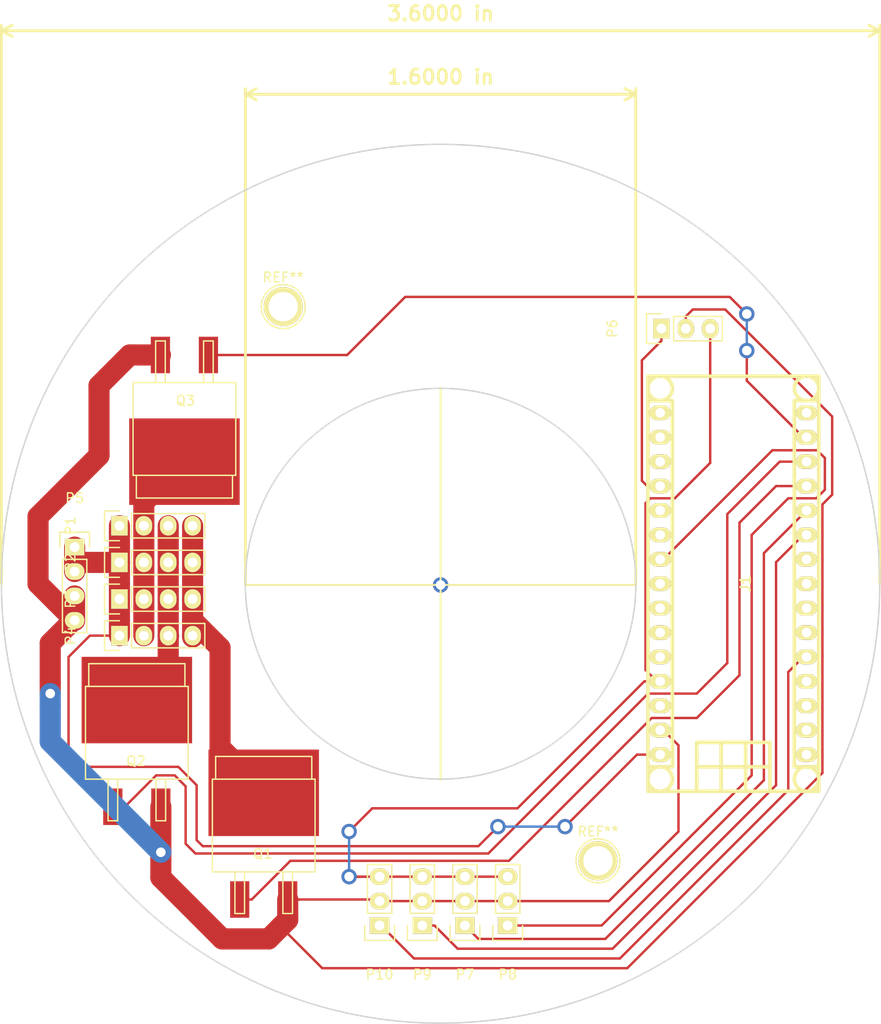
<source format=kicad_pcb>
(kicad_pcb (version 4) (host pcbnew 4.0.1+dfsg1-stable)

  (general
    (links 41)
    (no_connects 0)
    (area 105.842999 41.707999 197.433001 133.298001)
    (thickness 1.6)
    (drawings 6)
    (tracks 187)
    (zones 0)
    (modules 16)
    (nets 34)
  )

  (page A4)
  (title_block
    (title LAM.TA)
    (date 2016-02-25)
    (rev 1.0)
    (company "Nicola Corna")
  )

  (layers
    (0 F.Cu signal)
    (31 B.Cu signal)
    (32 B.Adhes user)
    (33 F.Adhes user)
    (34 B.Paste user)
    (35 F.Paste user)
    (36 B.SilkS user)
    (37 F.SilkS user)
    (38 B.Mask user)
    (39 F.Mask user)
    (40 Dwgs.User user)
    (41 Cmts.User user)
    (42 Eco1.User user)
    (43 Eco2.User user)
    (44 Edge.Cuts user)
    (45 Margin user)
    (46 B.CrtYd user)
    (47 F.CrtYd user)
    (48 B.Fab user)
    (49 F.Fab user)
  )

  (setup
    (last_trace_width 0.25)
    (user_trace_width 2.2)
    (trace_clearance 0.3)
    (zone_clearance 0.508)
    (zone_45_only no)
    (trace_min 0.2)
    (segment_width 0.2)
    (edge_width 0.15)
    (via_size 1.6)
    (via_drill 1)
    (via_min_size 0.4)
    (via_min_drill 0.3)
    (uvia_size 0.3)
    (uvia_drill 0.1)
    (uvias_allowed no)
    (uvia_min_size 0.2)
    (uvia_min_drill 0.1)
    (pcb_text_width 0.3)
    (pcb_text_size 1.5 1.5)
    (mod_edge_width 0.15)
    (mod_text_size 1 1)
    (mod_text_width 0.15)
    (pad_size 1.524 1.524)
    (pad_drill 0.762)
    (pad_to_mask_clearance 0.2)
    (aux_axis_origin 151.638 87.63)
    (grid_origin 151.638 87.63)
    (visible_elements FFFFFF7F)
    (pcbplotparams
      (layerselection 0x01000_00000001)
      (usegerberextensions false)
      (excludeedgelayer true)
      (linewidth 0.100000)
      (plotframeref false)
      (viasonmask false)
      (mode 1)
      (useauxorigin false)
      (hpglpennumber 1)
      (hpglpenspeed 20)
      (hpglpendiameter 15)
      (hpglpenoverlay 2)
      (psnegative false)
      (psa4output false)
      (plotreference true)
      (plotvalue true)
      (plotinvisibletext false)
      (padsonsilk false)
      (subtractmaskfromsilk false)
      (outputformat 1)
      (mirror false)
      (drillshape 0)
      (scaleselection 1)
      (outputdirectory /media/nicola/9C02-74CB/nicola/))
  )

  (net 0 "")
  (net 1 "Net-(J1-Pad1)")
  (net 2 "Net-(J1-Pad2)")
  (net 3 "Net-(J1-Pad3)")
  (net 4 "Net-(J1-Pad4)")
  (net 5 TOUCH3)
  (net 6 "Net-(J1-Pad6)")
  (net 7 "Net-(J1-Pad7)")
  (net 8 PWM_RED)
  (net 9 PWM_GREEN)
  (net 10 TOUCH2)
  (net 11 TOUCH0)
  (net 12 PWM_BLUE)
  (net 13 "Net-(J1-Pad15)")
  (net 14 "Net-(J1-Pad16)")
  (net 15 "Net-(J1-Pad17)")
  (net 16 "Net-(J1-Pad18)")
  (net 17 TOUCH1)
  (net 18 "Net-(J1-Pad20)")
  (net 19 "Net-(J1-Pad21)")
  (net 20 "Net-(J1-Pad23)")
  (net 21 "Net-(J1-Pad24)")
  (net 22 "Net-(J1-Pad25)")
  (net 23 "Net-(J1-Pad26)")
  (net 24 "Net-(J1-Pad28)")
  (net 25 GND)
  (net 26 +5V)
  (net 27 "Net-(P1-Pad2)")
  (net 28 "Net-(P1-Pad3)")
  (net 29 "Net-(P1-Pad4)")
  (net 30 +12V)
  (net 31 "Net-(J1-Pad8)")
  (net 32 "Net-(J1-Pad9)")
  (net 33 LINE_IN)

  (net_class Default "This is the default net class."
    (clearance 0.3)
    (trace_width 0.25)
    (via_dia 1.6)
    (via_drill 1)
    (uvia_dia 0.3)
    (uvia_drill 0.1)
    (add_net +12V)
    (add_net +5V)
    (add_net GND)
    (add_net LINE_IN)
    (add_net "Net-(J1-Pad1)")
    (add_net "Net-(J1-Pad15)")
    (add_net "Net-(J1-Pad16)")
    (add_net "Net-(J1-Pad17)")
    (add_net "Net-(J1-Pad18)")
    (add_net "Net-(J1-Pad2)")
    (add_net "Net-(J1-Pad20)")
    (add_net "Net-(J1-Pad21)")
    (add_net "Net-(J1-Pad23)")
    (add_net "Net-(J1-Pad24)")
    (add_net "Net-(J1-Pad25)")
    (add_net "Net-(J1-Pad26)")
    (add_net "Net-(J1-Pad28)")
    (add_net "Net-(J1-Pad3)")
    (add_net "Net-(J1-Pad4)")
    (add_net "Net-(J1-Pad6)")
    (add_net "Net-(J1-Pad7)")
    (add_net "Net-(J1-Pad8)")
    (add_net "Net-(J1-Pad9)")
    (add_net "Net-(P1-Pad2)")
    (add_net "Net-(P1-Pad3)")
    (add_net "Net-(P1-Pad4)")
    (add_net PWM_BLUE)
    (add_net PWM_GREEN)
    (add_net PWM_RED)
    (add_net TOUCH0)
    (add_net TOUCH1)
    (add_net TOUCH2)
    (add_net TOUCH3)
  )

  (module w_conn_misc:arduino_nano_header (layer F.Cu) (tedit 0) (tstamp 56D84178)
    (at 182.118 87.503 90)
    (descr "Arduino Nano Header")
    (tags Arduino)
    (path /56CAC1F9)
    (fp_text reference J1 (at 0 1.27 90) (layer F.SilkS)
      (effects (font (size 1.016 1.016) (thickness 0.2032)))
    )
    (fp_text value Arduino_Nano_Header (at 0 -1.27 90) (layer F.SilkS) hide
      (effects (font (size 1.016 0.889) (thickness 0.2032)))
    )
    (fp_line (start -16.51 -1.27) (end -21.59 -1.27) (layer F.SilkS) (width 0.381))
    (fp_line (start -16.51 1.27) (end -21.59 1.27) (layer F.SilkS) (width 0.381))
    (fp_line (start -19.05 -3.81) (end -19.05 3.81) (layer F.SilkS) (width 0.381))
    (fp_line (start -21.59 -3.81) (end -16.51 -3.81) (layer F.SilkS) (width 0.381))
    (fp_line (start -16.51 -3.81) (end -16.51 3.81) (layer F.SilkS) (width 0.381))
    (fp_line (start -16.51 3.81) (end -21.59 3.81) (layer F.SilkS) (width 0.381))
    (fp_line (start 21.59 -8.89) (end -21.59 -8.89) (layer F.SilkS) (width 0.381))
    (fp_line (start -21.59 8.89) (end 21.59 8.89) (layer F.SilkS) (width 0.381))
    (fp_line (start -21.59 8.89) (end -21.59 -8.89) (layer F.SilkS) (width 0.381))
    (fp_line (start 21.59 8.89) (end 21.59 -8.89) (layer F.SilkS) (width 0.381))
    (fp_circle (center -20.32 -7.62) (end -21.59 -7.62) (layer F.SilkS) (width 0.381))
    (fp_circle (center -20.32 7.62) (end -21.59 7.62) (layer F.SilkS) (width 0.381))
    (fp_circle (center 20.32 -7.62) (end 21.59 -7.62) (layer F.SilkS) (width 0.381))
    (fp_circle (center 20.32 7.62) (end 21.59 7.62) (layer F.SilkS) (width 0.381))
    (fp_line (start 19.05 -6.35) (end -19.05 -6.35) (layer F.SilkS) (width 0.381))
    (fp_line (start -19.05 6.35) (end 19.05 6.35) (layer F.SilkS) (width 0.381))
    (fp_line (start 19.05 8.89) (end 19.05 6.35) (layer F.SilkS) (width 0.381))
    (fp_line (start 19.05 -6.35) (end 19.05 -8.89) (layer F.SilkS) (width 0.381))
    (fp_line (start -19.05 -8.89) (end -19.05 -6.35) (layer F.SilkS) (width 0.381))
    (fp_line (start -19.05 8.89) (end -19.05 6.35) (layer F.SilkS) (width 0.381))
    (pad 1 thru_hole oval (at -17.78 7.62 90) (size 1.524 2.19964) (drill 1.00076) (layers *.Cu *.Mask F.SilkS)
      (net 1 "Net-(J1-Pad1)"))
    (pad 2 thru_hole oval (at -15.24 7.62 90) (size 1.524 2.19964) (drill 1.00076) (layers *.Cu *.Mask F.SilkS)
      (net 2 "Net-(J1-Pad2)"))
    (pad 3 thru_hole oval (at -12.7 7.62 90) (size 1.524 2.19964) (drill 1.00076) (layers *.Cu *.Mask F.SilkS)
      (net 3 "Net-(J1-Pad3)"))
    (pad 4 thru_hole oval (at -10.16 7.62 90) (size 1.524 2.19964) (drill 1.00076) (layers *.Cu *.Mask F.SilkS)
      (net 4 "Net-(J1-Pad4)"))
    (pad 5 thru_hole oval (at -7.62 7.62 90) (size 1.524 2.19964) (drill 1.00076) (layers *.Cu *.Mask F.SilkS)
      (net 5 TOUCH3))
    (pad 6 thru_hole oval (at -5.08 7.62 90) (size 1.524 2.19964) (drill 1.00076) (layers *.Cu *.Mask F.SilkS)
      (net 6 "Net-(J1-Pad6)"))
    (pad 7 thru_hole oval (at -2.54 7.62 90) (size 1.524 2.19964) (drill 1.00076) (layers *.Cu *.Mask F.SilkS)
      (net 7 "Net-(J1-Pad7)"))
    (pad 8 thru_hole oval (at 0 7.62 90) (size 1.524 2.19964) (drill 1.00076) (layers *.Cu *.Mask F.SilkS)
      (net 31 "Net-(J1-Pad8)"))
    (pad 9 thru_hole oval (at 2.54 7.62 90) (size 1.524 2.19964) (drill 1.00076) (layers *.Cu *.Mask F.SilkS)
      (net 32 "Net-(J1-Pad9)"))
    (pad 10 thru_hole oval (at 5.08 7.62 90) (size 1.524 2.19964) (drill 1.00076) (layers *.Cu *.Mask F.SilkS)
      (net 10 TOUCH2))
    (pad 11 thru_hole oval (at 7.62 7.62 90) (size 1.524 2.19964) (drill 1.00076) (layers *.Cu *.Mask F.SilkS)
      (net 11 TOUCH0))
    (pad 12 thru_hole oval (at 10.16 7.62 90) (size 1.524 2.19964) (drill 1.00076) (layers *.Cu *.Mask F.SilkS)
      (net 12 PWM_BLUE))
    (pad 13 thru_hole oval (at 12.7 7.62 90) (size 1.524 2.19964) (drill 1.00076) (layers *.Cu *.Mask F.SilkS)
      (net 8 PWM_RED))
    (pad 14 thru_hole oval (at 15.24 7.62 90) (size 1.524 2.19964) (drill 1.00076) (layers *.Cu *.Mask F.SilkS)
      (net 9 PWM_GREEN))
    (pad 15 thru_hole oval (at 17.78 7.62 90) (size 1.524 2.19964) (drill 1.00076) (layers *.Cu *.Mask F.SilkS)
      (net 13 "Net-(J1-Pad15)"))
    (pad 16 thru_hole oval (at 17.78 -7.62 90) (size 1.524 2.19964) (drill 1.00076) (layers *.Cu *.Mask F.SilkS)
      (net 14 "Net-(J1-Pad16)"))
    (pad 17 thru_hole oval (at 15.24 -7.62 90) (size 1.524 2.19964) (drill 1.00076) (layers *.Cu *.Mask F.SilkS)
      (net 15 "Net-(J1-Pad17)"))
    (pad 18 thru_hole oval (at 12.7 -7.62 90) (size 1.524 2.19964) (drill 1.00076) (layers *.Cu *.Mask F.SilkS)
      (net 16 "Net-(J1-Pad18)"))
    (pad 19 thru_hole oval (at 10.16 -7.62 90) (size 1.524 2.19964) (drill 1.00076) (layers *.Cu *.Mask F.SilkS)
      (net 33 LINE_IN))
    (pad 20 thru_hole oval (at 7.62 -7.62 90) (size 1.524 2.1971) (drill 1.00076) (layers *.Cu *.Mask F.SilkS)
      (net 18 "Net-(J1-Pad20)"))
    (pad 21 thru_hole oval (at 5.08 -7.62 90) (size 1.524 2.1971) (drill 1.00076) (layers *.Cu *.Mask F.SilkS)
      (net 19 "Net-(J1-Pad21)"))
    (pad 22 thru_hole oval (at 2.54 -7.62 90) (size 1.524 2.1971) (drill 1.00076) (layers *.Cu *.Mask F.SilkS)
      (net 17 TOUCH1))
    (pad 23 thru_hole oval (at 0 -7.62 90) (size 1.524 2.1971) (drill 1.00076) (layers *.Cu *.Mask F.SilkS)
      (net 20 "Net-(J1-Pad23)"))
    (pad 24 thru_hole oval (at -2.54 -7.62 90) (size 1.524 2.1971) (drill 0.99822) (layers *.Cu *.Mask F.SilkS)
      (net 21 "Net-(J1-Pad24)"))
    (pad 25 thru_hole oval (at -5.08 -7.62 90) (size 1.524 2.1971) (drill 0.99822) (layers *.Cu *.Mask F.SilkS)
      (net 22 "Net-(J1-Pad25)"))
    (pad 26 thru_hole oval (at -7.62 -7.62 90) (size 1.524 2.1971) (drill 0.99822) (layers *.Cu *.Mask F.SilkS)
      (net 23 "Net-(J1-Pad26)"))
    (pad 27 thru_hole oval (at -10.16 -7.62 90) (size 1.524 2.1971) (drill 0.99822) (layers *.Cu *.Mask F.SilkS)
      (net 26 +5V))
    (pad 28 thru_hole oval (at -12.7 -7.62 90) (size 1.524 2.1971) (drill 0.99822) (layers *.Cu *.Mask F.SilkS)
      (net 24 "Net-(J1-Pad28)"))
    (pad 29 thru_hole oval (at -15.24 -7.62 90) (size 1.524 2.1971) (drill 0.99822) (layers *.Cu *.Mask F.SilkS)
      (net 25 GND))
    (pad 30 thru_hole oval (at -17.78 -7.62 90) (size 1.524 2.1971) (drill 0.99822) (layers *.Cu *.Mask F.SilkS)
      (net 30 +12V))
    (model walter/conn_misc/arduino_nano_header.wrl
      (at (xyz 0 0 0))
      (scale (xyz 1 1 1))
      (rotate (xyz 0 0 0))
    )
  )

  (module TO_SOT_Packages_SMD:SOT-404 (layer F.Cu) (tedit 0) (tstamp 56CEFB75)
    (at 133.223 114.808)
    (descr SOT404)
    (path /56CB1BD4)
    (attr smd)
    (fp_text reference Q1 (at -0.09906 0.8001) (layer F.SilkS)
      (effects (font (size 1 1) (thickness 0.15)))
    )
    (fp_text value Q_NMOS_GDS (at -0.20066 1.09982) (layer F.Fab)
      (effects (font (size 1 1) (thickness 0.15)))
    )
    (fp_line (start -5.0038 -6.9723) (end -5.0038 -9.3345) (layer F.SilkS) (width 0.15))
    (fp_line (start -5.0038 -9.3345) (end 5.0038 -9.3345) (layer F.SilkS) (width 0.15))
    (fp_line (start 5.0038 -9.3345) (end 5.0038 -6.9723) (layer F.SilkS) (width 0.15))
    (fp_line (start 2.9972 7.0104) (end 2.9972 2.6797) (layer F.SilkS) (width 0.15))
    (fp_line (start 1.9939 7.0104) (end 2.9972 7.0104) (layer F.SilkS) (width 0.15))
    (fp_line (start 1.9939 2.6797) (end 1.9939 7.0104) (layer F.SilkS) (width 0.15))
    (fp_line (start -2.9972 2.6797) (end -2.9972 7.0104) (layer F.SilkS) (width 0.15))
    (fp_line (start -2.9972 7.0104) (end -1.9939 7.0104) (layer F.SilkS) (width 0.15))
    (fp_line (start -1.9939 7.0104) (end -1.9939 2.6797) (layer F.SilkS) (width 0.15))
    (fp_line (start -5.3467 -6.9723) (end 5.3467 -6.9723) (layer F.SilkS) (width 0.15))
    (fp_line (start 5.3467 -6.9723) (end 5.3467 2.6797) (layer F.SilkS) (width 0.15))
    (fp_line (start 5.3467 2.6797) (end -5.3467 2.6797) (layer F.SilkS) (width 0.15))
    (fp_line (start -5.3467 2.6797) (end -5.3467 -6.9723) (layer F.SilkS) (width 0.15))
    (pad 1 smd rect (at -2.49936 5.5499) (size 1.99898 3.79984) (layers F.Cu F.Paste F.Mask)
      (net 12 PWM_BLUE))
    (pad 3 smd rect (at 2.49936 5.5499) (size 1.99898 3.79984) (layers F.Cu F.Paste F.Mask)
      (net 25 GND))
    (pad 2 smd rect (at 0 -5.5499) (size 11.50112 8.99922) (layers F.Cu F.Paste F.Mask)
      (net 29 "Net-(P1-Pad4)"))
    (model TO_SOT_Packages_SMD.3dshapes/SOT-404.wrl
      (at (xyz 0 0 0))
      (scale (xyz 1 1 1))
      (rotate (xyz 0 0 0))
    )
  )

  (module Pin_Headers:Pin_Header_Straight_1x03 (layer F.Cu) (tedit 0) (tstamp 56D8420A)
    (at 158.623 123.063 180)
    (descr "Through hole pin header")
    (tags "pin header")
    (path /56CADD7C)
    (fp_text reference P8 (at 0 -5.1 180) (layer F.SilkS)
      (effects (font (size 1 1) (thickness 0.15)))
    )
    (fp_text value CONN_TOUCH1 (at 0 -3.1 180) (layer F.Fab)
      (effects (font (size 1 1) (thickness 0.15)))
    )
    (fp_line (start -1.75 -1.75) (end -1.75 6.85) (layer F.CrtYd) (width 0.05))
    (fp_line (start 1.75 -1.75) (end 1.75 6.85) (layer F.CrtYd) (width 0.05))
    (fp_line (start -1.75 -1.75) (end 1.75 -1.75) (layer F.CrtYd) (width 0.05))
    (fp_line (start -1.75 6.85) (end 1.75 6.85) (layer F.CrtYd) (width 0.05))
    (fp_line (start -1.27 1.27) (end -1.27 6.35) (layer F.SilkS) (width 0.15))
    (fp_line (start -1.27 6.35) (end 1.27 6.35) (layer F.SilkS) (width 0.15))
    (fp_line (start 1.27 6.35) (end 1.27 1.27) (layer F.SilkS) (width 0.15))
    (fp_line (start 1.55 -1.55) (end 1.55 0) (layer F.SilkS) (width 0.15))
    (fp_line (start 1.27 1.27) (end -1.27 1.27) (layer F.SilkS) (width 0.15))
    (fp_line (start -1.55 0) (end -1.55 -1.55) (layer F.SilkS) (width 0.15))
    (fp_line (start -1.55 -1.55) (end 1.55 -1.55) (layer F.SilkS) (width 0.15))
    (pad 1 thru_hole rect (at 0 0 180) (size 2.032 1.7272) (drill 1.016) (layers *.Cu *.Mask F.SilkS)
      (net 17 TOUCH1))
    (pad 2 thru_hole oval (at 0 2.54 180) (size 2.032 1.7272) (drill 1.016) (layers *.Cu *.Mask F.SilkS)
      (net 25 GND))
    (pad 3 thru_hole oval (at 0 5.08 180) (size 2.032 1.7272) (drill 1.016) (layers *.Cu *.Mask F.SilkS)
      (net 26 +5V))
    (model Pin_Headers.3dshapes/Pin_Header_Straight_1x03.wrl
      (at (xyz 0 -0.1 0))
      (scale (xyz 1 1 1))
      (rotate (xyz 0 0 90))
    )
  )

  (module TO_SOT_Packages_SMD:SOT-404 (layer F.Cu) (tedit 0) (tstamp 56D84256)
    (at 120.015 105.156)
    (descr SOT404)
    (path /56CB1BED)
    (attr smd)
    (fp_text reference Q2 (at -0.09906 0.8001) (layer F.SilkS)
      (effects (font (size 1 1) (thickness 0.15)))
    )
    (fp_text value Q_NMOS_GDS (at -0.20066 1.09982) (layer F.Fab)
      (effects (font (size 1 1) (thickness 0.15)))
    )
    (fp_line (start -5.0038 -6.9723) (end -5.0038 -9.3345) (layer F.SilkS) (width 0.15))
    (fp_line (start -5.0038 -9.3345) (end 5.0038 -9.3345) (layer F.SilkS) (width 0.15))
    (fp_line (start 5.0038 -9.3345) (end 5.0038 -6.9723) (layer F.SilkS) (width 0.15))
    (fp_line (start 2.9972 7.0104) (end 2.9972 2.6797) (layer F.SilkS) (width 0.15))
    (fp_line (start 1.9939 7.0104) (end 2.9972 7.0104) (layer F.SilkS) (width 0.15))
    (fp_line (start 1.9939 2.6797) (end 1.9939 7.0104) (layer F.SilkS) (width 0.15))
    (fp_line (start -2.9972 2.6797) (end -2.9972 7.0104) (layer F.SilkS) (width 0.15))
    (fp_line (start -2.9972 7.0104) (end -1.9939 7.0104) (layer F.SilkS) (width 0.15))
    (fp_line (start -1.9939 7.0104) (end -1.9939 2.6797) (layer F.SilkS) (width 0.15))
    (fp_line (start -5.3467 -6.9723) (end 5.3467 -6.9723) (layer F.SilkS) (width 0.15))
    (fp_line (start 5.3467 -6.9723) (end 5.3467 2.6797) (layer F.SilkS) (width 0.15))
    (fp_line (start 5.3467 2.6797) (end -5.3467 2.6797) (layer F.SilkS) (width 0.15))
    (fp_line (start -5.3467 2.6797) (end -5.3467 -6.9723) (layer F.SilkS) (width 0.15))
    (pad 1 smd rect (at -2.49936 5.5499) (size 1.99898 3.79984) (layers F.Cu F.Paste F.Mask)
      (net 8 PWM_RED))
    (pad 3 smd rect (at 2.49936 5.5499) (size 1.99898 3.79984) (layers F.Cu F.Paste F.Mask)
      (net 25 GND))
    (pad 2 smd rect (at 0 -5.5499) (size 11.50112 8.99922) (layers F.Cu F.Paste F.Mask)
      (net 28 "Net-(P1-Pad3)"))
    (model TO_SOT_Packages_SMD.3dshapes/SOT-404.wrl
      (at (xyz 0 0 0))
      (scale (xyz 1 1 1))
      (rotate (xyz 0 0 0))
    )
  )

  (module Pin_Headers:Pin_Header_Straight_1x04 (layer F.Cu) (tedit 0) (tstamp 56D8418B)
    (at 118.202135 81.474351 90)
    (descr "Through hole pin header")
    (tags "pin header")
    (path /56CB0253)
    (fp_text reference P1 (at 0 -5.1 90) (layer F.SilkS)
      (effects (font (size 1 1) (thickness 0.15)))
    )
    (fp_text value CONN_LED0 (at 0 -3.1 90) (layer F.Fab)
      (effects (font (size 1 1) (thickness 0.15)))
    )
    (fp_line (start -1.75 -1.75) (end -1.75 9.4) (layer F.CrtYd) (width 0.05))
    (fp_line (start 1.75 -1.75) (end 1.75 9.4) (layer F.CrtYd) (width 0.05))
    (fp_line (start -1.75 -1.75) (end 1.75 -1.75) (layer F.CrtYd) (width 0.05))
    (fp_line (start -1.75 9.4) (end 1.75 9.4) (layer F.CrtYd) (width 0.05))
    (fp_line (start -1.27 1.27) (end -1.27 8.89) (layer F.SilkS) (width 0.15))
    (fp_line (start 1.27 1.27) (end 1.27 8.89) (layer F.SilkS) (width 0.15))
    (fp_line (start 1.55 -1.55) (end 1.55 0) (layer F.SilkS) (width 0.15))
    (fp_line (start -1.27 8.89) (end 1.27 8.89) (layer F.SilkS) (width 0.15))
    (fp_line (start 1.27 1.27) (end -1.27 1.27) (layer F.SilkS) (width 0.15))
    (fp_line (start -1.55 0) (end -1.55 -1.55) (layer F.SilkS) (width 0.15))
    (fp_line (start -1.55 -1.55) (end 1.55 -1.55) (layer F.SilkS) (width 0.15))
    (pad 1 thru_hole rect (at 0 0 90) (size 2.032 1.7272) (drill 1.016) (layers *.Cu *.Mask F.SilkS)
      (net 30 +12V))
    (pad 2 thru_hole oval (at 0 2.54 90) (size 2.032 1.7272) (drill 1.016) (layers *.Cu *.Mask F.SilkS)
      (net 27 "Net-(P1-Pad2)"))
    (pad 3 thru_hole oval (at 0 5.08 90) (size 2.032 1.7272) (drill 1.016) (layers *.Cu *.Mask F.SilkS)
      (net 28 "Net-(P1-Pad3)"))
    (pad 4 thru_hole oval (at 0 7.62 90) (size 2.032 1.7272) (drill 1.016) (layers *.Cu *.Mask F.SilkS)
      (net 29 "Net-(P1-Pad4)"))
    (model Pin_Headers.3dshapes/Pin_Header_Straight_1x04.wrl
      (at (xyz 0 -0.15 0))
      (scale (xyz 1 1 1))
      (rotate (xyz 0 0 90))
    )
  )

  (module Pin_Headers:Pin_Header_Straight_1x04 (layer F.Cu) (tedit 0) (tstamp 56D8419E)
    (at 118.202135 85.284351 90)
    (descr "Through hole pin header")
    (tags "pin header")
    (path /56CB0A29)
    (fp_text reference P2 (at 0 -5.1 90) (layer F.SilkS)
      (effects (font (size 1 1) (thickness 0.15)))
    )
    (fp_text value CONN_LED1 (at 0 -3.1 90) (layer F.Fab)
      (effects (font (size 1 1) (thickness 0.15)))
    )
    (fp_line (start -1.75 -1.75) (end -1.75 9.4) (layer F.CrtYd) (width 0.05))
    (fp_line (start 1.75 -1.75) (end 1.75 9.4) (layer F.CrtYd) (width 0.05))
    (fp_line (start -1.75 -1.75) (end 1.75 -1.75) (layer F.CrtYd) (width 0.05))
    (fp_line (start -1.75 9.4) (end 1.75 9.4) (layer F.CrtYd) (width 0.05))
    (fp_line (start -1.27 1.27) (end -1.27 8.89) (layer F.SilkS) (width 0.15))
    (fp_line (start 1.27 1.27) (end 1.27 8.89) (layer F.SilkS) (width 0.15))
    (fp_line (start 1.55 -1.55) (end 1.55 0) (layer F.SilkS) (width 0.15))
    (fp_line (start -1.27 8.89) (end 1.27 8.89) (layer F.SilkS) (width 0.15))
    (fp_line (start 1.27 1.27) (end -1.27 1.27) (layer F.SilkS) (width 0.15))
    (fp_line (start -1.55 0) (end -1.55 -1.55) (layer F.SilkS) (width 0.15))
    (fp_line (start -1.55 -1.55) (end 1.55 -1.55) (layer F.SilkS) (width 0.15))
    (pad 1 thru_hole rect (at 0 0 90) (size 2.032 1.7272) (drill 1.016) (layers *.Cu *.Mask F.SilkS)
      (net 30 +12V))
    (pad 2 thru_hole oval (at 0 2.54 90) (size 2.032 1.7272) (drill 1.016) (layers *.Cu *.Mask F.SilkS)
      (net 27 "Net-(P1-Pad2)"))
    (pad 3 thru_hole oval (at 0 5.08 90) (size 2.032 1.7272) (drill 1.016) (layers *.Cu *.Mask F.SilkS)
      (net 28 "Net-(P1-Pad3)"))
    (pad 4 thru_hole oval (at 0 7.62 90) (size 2.032 1.7272) (drill 1.016) (layers *.Cu *.Mask F.SilkS)
      (net 29 "Net-(P1-Pad4)"))
    (model Pin_Headers.3dshapes/Pin_Header_Straight_1x04.wrl
      (at (xyz 0 -0.15 0))
      (scale (xyz 1 1 1))
      (rotate (xyz 0 0 90))
    )
  )

  (module Pin_Headers:Pin_Header_Straight_1x04 (layer F.Cu) (tedit 0) (tstamp 56D841B1)
    (at 118.202135 89.094351 90)
    (descr "Through hole pin header")
    (tags "pin header")
    (path /56CB1BC3)
    (fp_text reference P3 (at 0 -5.1 90) (layer F.SilkS)
      (effects (font (size 1 1) (thickness 0.15)))
    )
    (fp_text value CONN_LED2 (at 0 -3.1 90) (layer F.Fab)
      (effects (font (size 1 1) (thickness 0.15)))
    )
    (fp_line (start -1.75 -1.75) (end -1.75 9.4) (layer F.CrtYd) (width 0.05))
    (fp_line (start 1.75 -1.75) (end 1.75 9.4) (layer F.CrtYd) (width 0.05))
    (fp_line (start -1.75 -1.75) (end 1.75 -1.75) (layer F.CrtYd) (width 0.05))
    (fp_line (start -1.75 9.4) (end 1.75 9.4) (layer F.CrtYd) (width 0.05))
    (fp_line (start -1.27 1.27) (end -1.27 8.89) (layer F.SilkS) (width 0.15))
    (fp_line (start 1.27 1.27) (end 1.27 8.89) (layer F.SilkS) (width 0.15))
    (fp_line (start 1.55 -1.55) (end 1.55 0) (layer F.SilkS) (width 0.15))
    (fp_line (start -1.27 8.89) (end 1.27 8.89) (layer F.SilkS) (width 0.15))
    (fp_line (start 1.27 1.27) (end -1.27 1.27) (layer F.SilkS) (width 0.15))
    (fp_line (start -1.55 0) (end -1.55 -1.55) (layer F.SilkS) (width 0.15))
    (fp_line (start -1.55 -1.55) (end 1.55 -1.55) (layer F.SilkS) (width 0.15))
    (pad 1 thru_hole rect (at 0 0 90) (size 2.032 1.7272) (drill 1.016) (layers *.Cu *.Mask F.SilkS)
      (net 30 +12V))
    (pad 2 thru_hole oval (at 0 2.54 90) (size 2.032 1.7272) (drill 1.016) (layers *.Cu *.Mask F.SilkS)
      (net 27 "Net-(P1-Pad2)"))
    (pad 3 thru_hole oval (at 0 5.08 90) (size 2.032 1.7272) (drill 1.016) (layers *.Cu *.Mask F.SilkS)
      (net 28 "Net-(P1-Pad3)"))
    (pad 4 thru_hole oval (at 0 7.62 90) (size 2.032 1.7272) (drill 1.016) (layers *.Cu *.Mask F.SilkS)
      (net 29 "Net-(P1-Pad4)"))
    (model Pin_Headers.3dshapes/Pin_Header_Straight_1x04.wrl
      (at (xyz 0 -0.15 0))
      (scale (xyz 1 1 1))
      (rotate (xyz 0 0 90))
    )
  )

  (module Pin_Headers:Pin_Header_Straight_1x04 (layer F.Cu) (tedit 0) (tstamp 56D841C4)
    (at 118.202135 92.904351 90)
    (descr "Through hole pin header")
    (tags "pin header")
    (path /56CB1C05)
    (fp_text reference P4 (at 0 -5.1 90) (layer F.SilkS)
      (effects (font (size 1 1) (thickness 0.15)))
    )
    (fp_text value CONN_LED3 (at 0 -3.1 90) (layer F.Fab)
      (effects (font (size 1 1) (thickness 0.15)))
    )
    (fp_line (start -1.75 -1.75) (end -1.75 9.4) (layer F.CrtYd) (width 0.05))
    (fp_line (start 1.75 -1.75) (end 1.75 9.4) (layer F.CrtYd) (width 0.05))
    (fp_line (start -1.75 -1.75) (end 1.75 -1.75) (layer F.CrtYd) (width 0.05))
    (fp_line (start -1.75 9.4) (end 1.75 9.4) (layer F.CrtYd) (width 0.05))
    (fp_line (start -1.27 1.27) (end -1.27 8.89) (layer F.SilkS) (width 0.15))
    (fp_line (start 1.27 1.27) (end 1.27 8.89) (layer F.SilkS) (width 0.15))
    (fp_line (start 1.55 -1.55) (end 1.55 0) (layer F.SilkS) (width 0.15))
    (fp_line (start -1.27 8.89) (end 1.27 8.89) (layer F.SilkS) (width 0.15))
    (fp_line (start 1.27 1.27) (end -1.27 1.27) (layer F.SilkS) (width 0.15))
    (fp_line (start -1.55 0) (end -1.55 -1.55) (layer F.SilkS) (width 0.15))
    (fp_line (start -1.55 -1.55) (end 1.55 -1.55) (layer F.SilkS) (width 0.15))
    (pad 1 thru_hole rect (at 0 0 90) (size 2.032 1.7272) (drill 1.016) (layers *.Cu *.Mask F.SilkS)
      (net 30 +12V))
    (pad 2 thru_hole oval (at 0 2.54 90) (size 2.032 1.7272) (drill 1.016) (layers *.Cu *.Mask F.SilkS)
      (net 27 "Net-(P1-Pad2)"))
    (pad 3 thru_hole oval (at 0 5.08 90) (size 2.032 1.7272) (drill 1.016) (layers *.Cu *.Mask F.SilkS)
      (net 28 "Net-(P1-Pad3)"))
    (pad 4 thru_hole oval (at 0 7.62 90) (size 2.032 1.7272) (drill 1.016) (layers *.Cu *.Mask F.SilkS)
      (net 29 "Net-(P1-Pad4)"))
    (model Pin_Headers.3dshapes/Pin_Header_Straight_1x04.wrl
      (at (xyz 0 -0.15 0))
      (scale (xyz 1 1 1))
      (rotate (xyz 0 0 90))
    )
  )

  (module Pin_Headers:Pin_Header_Straight_1x03 (layer F.Cu) (tedit 0) (tstamp 56D841F8)
    (at 154.178 123.063 180)
    (descr "Through hole pin header")
    (tags "pin header")
    (path /56CADC43)
    (fp_text reference P7 (at 0 -5.1 180) (layer F.SilkS)
      (effects (font (size 1 1) (thickness 0.15)))
    )
    (fp_text value CONN_TOUCH0 (at -0.635 -3.1 180) (layer F.Fab)
      (effects (font (size 1 1) (thickness 0.15)))
    )
    (fp_line (start -1.75 -1.75) (end -1.75 6.85) (layer F.CrtYd) (width 0.05))
    (fp_line (start 1.75 -1.75) (end 1.75 6.85) (layer F.CrtYd) (width 0.05))
    (fp_line (start -1.75 -1.75) (end 1.75 -1.75) (layer F.CrtYd) (width 0.05))
    (fp_line (start -1.75 6.85) (end 1.75 6.85) (layer F.CrtYd) (width 0.05))
    (fp_line (start -1.27 1.27) (end -1.27 6.35) (layer F.SilkS) (width 0.15))
    (fp_line (start -1.27 6.35) (end 1.27 6.35) (layer F.SilkS) (width 0.15))
    (fp_line (start 1.27 6.35) (end 1.27 1.27) (layer F.SilkS) (width 0.15))
    (fp_line (start 1.55 -1.55) (end 1.55 0) (layer F.SilkS) (width 0.15))
    (fp_line (start 1.27 1.27) (end -1.27 1.27) (layer F.SilkS) (width 0.15))
    (fp_line (start -1.55 0) (end -1.55 -1.55) (layer F.SilkS) (width 0.15))
    (fp_line (start -1.55 -1.55) (end 1.55 -1.55) (layer F.SilkS) (width 0.15))
    (pad 1 thru_hole rect (at 0 0 180) (size 2.032 1.7272) (drill 1.016) (layers *.Cu *.Mask F.SilkS)
      (net 11 TOUCH0))
    (pad 2 thru_hole oval (at 0 2.54 180) (size 2.032 1.7272) (drill 1.016) (layers *.Cu *.Mask F.SilkS)
      (net 25 GND))
    (pad 3 thru_hole oval (at 0 5.08 180) (size 2.032 1.7272) (drill 1.016) (layers *.Cu *.Mask F.SilkS)
      (net 26 +5V))
    (model Pin_Headers.3dshapes/Pin_Header_Straight_1x03.wrl
      (at (xyz 0 -0.1 0))
      (scale (xyz 1 1 1))
      (rotate (xyz 0 0 90))
    )
  )

  (module Pin_Headers:Pin_Header_Straight_1x03 (layer F.Cu) (tedit 0) (tstamp 56D8421C)
    (at 149.733 123.063 180)
    (descr "Through hole pin header")
    (tags "pin header")
    (path /56CADDB1)
    (fp_text reference P9 (at 0 -5.1 180) (layer F.SilkS)
      (effects (font (size 1 1) (thickness 0.15)))
    )
    (fp_text value CONN_TOUCH2 (at 0 -3.1 180) (layer F.Fab)
      (effects (font (size 1 1) (thickness 0.15)))
    )
    (fp_line (start -1.75 -1.75) (end -1.75 6.85) (layer F.CrtYd) (width 0.05))
    (fp_line (start 1.75 -1.75) (end 1.75 6.85) (layer F.CrtYd) (width 0.05))
    (fp_line (start -1.75 -1.75) (end 1.75 -1.75) (layer F.CrtYd) (width 0.05))
    (fp_line (start -1.75 6.85) (end 1.75 6.85) (layer F.CrtYd) (width 0.05))
    (fp_line (start -1.27 1.27) (end -1.27 6.35) (layer F.SilkS) (width 0.15))
    (fp_line (start -1.27 6.35) (end 1.27 6.35) (layer F.SilkS) (width 0.15))
    (fp_line (start 1.27 6.35) (end 1.27 1.27) (layer F.SilkS) (width 0.15))
    (fp_line (start 1.55 -1.55) (end 1.55 0) (layer F.SilkS) (width 0.15))
    (fp_line (start 1.27 1.27) (end -1.27 1.27) (layer F.SilkS) (width 0.15))
    (fp_line (start -1.55 0) (end -1.55 -1.55) (layer F.SilkS) (width 0.15))
    (fp_line (start -1.55 -1.55) (end 1.55 -1.55) (layer F.SilkS) (width 0.15))
    (pad 1 thru_hole rect (at 0 0 180) (size 2.032 1.7272) (drill 1.016) (layers *.Cu *.Mask F.SilkS)
      (net 10 TOUCH2))
    (pad 2 thru_hole oval (at 0 2.54 180) (size 2.032 1.7272) (drill 1.016) (layers *.Cu *.Mask F.SilkS)
      (net 25 GND))
    (pad 3 thru_hole oval (at 0 5.08 180) (size 2.032 1.7272) (drill 1.016) (layers *.Cu *.Mask F.SilkS)
      (net 26 +5V))
    (model Pin_Headers.3dshapes/Pin_Header_Straight_1x03.wrl
      (at (xyz 0 -0.1 0))
      (scale (xyz 1 1 1))
      (rotate (xyz 0 0 90))
    )
  )

  (module Pin_Headers:Pin_Header_Straight_1x03 (layer F.Cu) (tedit 0) (tstamp 56D8422E)
    (at 145.288 123.063 180)
    (descr "Through hole pin header")
    (tags "pin header")
    (path /56CADDF4)
    (fp_text reference P10 (at 0 -5.1 180) (layer F.SilkS)
      (effects (font (size 1 1) (thickness 0.15)))
    )
    (fp_text value CONN_TOUCH3 (at 0 -3.1 180) (layer F.Fab)
      (effects (font (size 1 1) (thickness 0.15)))
    )
    (fp_line (start -1.75 -1.75) (end -1.75 6.85) (layer F.CrtYd) (width 0.05))
    (fp_line (start 1.75 -1.75) (end 1.75 6.85) (layer F.CrtYd) (width 0.05))
    (fp_line (start -1.75 -1.75) (end 1.75 -1.75) (layer F.CrtYd) (width 0.05))
    (fp_line (start -1.75 6.85) (end 1.75 6.85) (layer F.CrtYd) (width 0.05))
    (fp_line (start -1.27 1.27) (end -1.27 6.35) (layer F.SilkS) (width 0.15))
    (fp_line (start -1.27 6.35) (end 1.27 6.35) (layer F.SilkS) (width 0.15))
    (fp_line (start 1.27 6.35) (end 1.27 1.27) (layer F.SilkS) (width 0.15))
    (fp_line (start 1.55 -1.55) (end 1.55 0) (layer F.SilkS) (width 0.15))
    (fp_line (start 1.27 1.27) (end -1.27 1.27) (layer F.SilkS) (width 0.15))
    (fp_line (start -1.55 0) (end -1.55 -1.55) (layer F.SilkS) (width 0.15))
    (fp_line (start -1.55 -1.55) (end 1.55 -1.55) (layer F.SilkS) (width 0.15))
    (pad 1 thru_hole rect (at 0 0 180) (size 2.032 1.7272) (drill 1.016) (layers *.Cu *.Mask F.SilkS)
      (net 5 TOUCH3))
    (pad 2 thru_hole oval (at 0 2.54 180) (size 2.032 1.7272) (drill 1.016) (layers *.Cu *.Mask F.SilkS)
      (net 25 GND))
    (pad 3 thru_hole oval (at 0 5.08 180) (size 2.032 1.7272) (drill 1.016) (layers *.Cu *.Mask F.SilkS)
      (net 26 +5V))
    (model Pin_Headers.3dshapes/Pin_Header_Straight_1x03.wrl
      (at (xyz 0 -0.1 0))
      (scale (xyz 1 1 1))
      (rotate (xyz 0 0 90))
    )
  )

  (module TO_SOT_Packages_SMD:SOT-404 (layer F.Cu) (tedit 0) (tstamp 56D8426A)
    (at 124.968 69.2531 180)
    (descr SOT404)
    (path /56CF0191)
    (attr smd)
    (fp_text reference Q3 (at -0.09906 0.8001 180) (layer F.SilkS)
      (effects (font (size 1 1) (thickness 0.15)))
    )
    (fp_text value Q_NMOS_GDS (at -0.20066 1.09982 180) (layer F.Fab)
      (effects (font (size 1 1) (thickness 0.15)))
    )
    (fp_line (start -5.0038 -6.9723) (end -5.0038 -9.3345) (layer F.SilkS) (width 0.15))
    (fp_line (start -5.0038 -9.3345) (end 5.0038 -9.3345) (layer F.SilkS) (width 0.15))
    (fp_line (start 5.0038 -9.3345) (end 5.0038 -6.9723) (layer F.SilkS) (width 0.15))
    (fp_line (start 2.9972 7.0104) (end 2.9972 2.6797) (layer F.SilkS) (width 0.15))
    (fp_line (start 1.9939 7.0104) (end 2.9972 7.0104) (layer F.SilkS) (width 0.15))
    (fp_line (start 1.9939 2.6797) (end 1.9939 7.0104) (layer F.SilkS) (width 0.15))
    (fp_line (start -2.9972 2.6797) (end -2.9972 7.0104) (layer F.SilkS) (width 0.15))
    (fp_line (start -2.9972 7.0104) (end -1.9939 7.0104) (layer F.SilkS) (width 0.15))
    (fp_line (start -1.9939 7.0104) (end -1.9939 2.6797) (layer F.SilkS) (width 0.15))
    (fp_line (start -5.3467 -6.9723) (end 5.3467 -6.9723) (layer F.SilkS) (width 0.15))
    (fp_line (start 5.3467 -6.9723) (end 5.3467 2.6797) (layer F.SilkS) (width 0.15))
    (fp_line (start 5.3467 2.6797) (end -5.3467 2.6797) (layer F.SilkS) (width 0.15))
    (fp_line (start -5.3467 2.6797) (end -5.3467 -6.9723) (layer F.SilkS) (width 0.15))
    (pad 1 smd rect (at -2.49936 5.5499 180) (size 1.99898 3.79984) (layers F.Cu F.Paste F.Mask)
      (net 9 PWM_GREEN))
    (pad 3 smd rect (at 2.49936 5.5499 180) (size 1.99898 3.79984) (layers F.Cu F.Paste F.Mask)
      (net 25 GND))
    (pad 2 smd rect (at 0 -5.5499 180) (size 11.50112 8.99922) (layers F.Cu F.Paste F.Mask)
      (net 27 "Net-(P1-Pad2)"))
    (model TO_SOT_Packages_SMD.3dshapes/SOT-404.wrl
      (at (xyz 0 0 0))
      (scale (xyz 1 1 1))
      (rotate (xyz 0 0 0))
    )
  )

  (module Pin_Headers:Pin_Header_Straight_1x04 (layer F.Cu) (tedit 0) (tstamp 56CC10EC)
    (at 113.538 83.693)
    (descr "Through hole pin header")
    (tags "pin header")
    (path /56CC303A)
    (fp_text reference P5 (at 0 -5.1) (layer F.SilkS)
      (effects (font (size 1 1) (thickness 0.15)))
    )
    (fp_text value CONN_PSU (at 0 -3.1) (layer F.Fab)
      (effects (font (size 1 1) (thickness 0.15)))
    )
    (fp_line (start -1.75 -1.75) (end -1.75 9.4) (layer F.CrtYd) (width 0.05))
    (fp_line (start 1.75 -1.75) (end 1.75 9.4) (layer F.CrtYd) (width 0.05))
    (fp_line (start -1.75 -1.75) (end 1.75 -1.75) (layer F.CrtYd) (width 0.05))
    (fp_line (start -1.75 9.4) (end 1.75 9.4) (layer F.CrtYd) (width 0.05))
    (fp_line (start -1.27 1.27) (end -1.27 8.89) (layer F.SilkS) (width 0.15))
    (fp_line (start 1.27 1.27) (end 1.27 8.89) (layer F.SilkS) (width 0.15))
    (fp_line (start 1.55 -1.55) (end 1.55 0) (layer F.SilkS) (width 0.15))
    (fp_line (start -1.27 8.89) (end 1.27 8.89) (layer F.SilkS) (width 0.15))
    (fp_line (start 1.27 1.27) (end -1.27 1.27) (layer F.SilkS) (width 0.15))
    (fp_line (start -1.55 0) (end -1.55 -1.55) (layer F.SilkS) (width 0.15))
    (fp_line (start -1.55 -1.55) (end 1.55 -1.55) (layer F.SilkS) (width 0.15))
    (pad 1 thru_hole rect (at 0 0) (size 2.032 1.7272) (drill 1.016) (layers *.Cu *.Mask F.SilkS)
      (net 30 +12V))
    (pad 2 thru_hole oval (at 0 2.54) (size 2.032 1.7272) (drill 1.016) (layers *.Cu *.Mask F.SilkS)
      (net 30 +12V))
    (pad 3 thru_hole oval (at 0 5.08) (size 2.032 1.7272) (drill 1.016) (layers *.Cu *.Mask F.SilkS)
      (net 25 GND))
    (pad 4 thru_hole oval (at 0 7.62) (size 2.032 1.7272) (drill 1.016) (layers *.Cu *.Mask F.SilkS)
      (net 25 GND))
    (model Pin_Headers.3dshapes/Pin_Header_Straight_1x04.wrl
      (at (xyz 0 -0.15 0))
      (scale (xyz 1 1 1))
      (rotate (xyz 0 0 90))
    )
  )

  (module Pin_Headers:Pin_Header_Straight_1x03 (layer F.Cu) (tedit 0) (tstamp 56CF229E)
    (at 174.625 60.96 90)
    (descr "Through hole pin header")
    (tags "pin header")
    (path /56CF2610)
    (fp_text reference P6 (at 0 -5.1 90) (layer F.SilkS)
      (effects (font (size 1 1) (thickness 0.15)))
    )
    (fp_text value CONN_LINE_IN (at 0 -3.1 90) (layer F.Fab)
      (effects (font (size 1 1) (thickness 0.15)))
    )
    (fp_line (start -1.75 -1.75) (end -1.75 6.85) (layer F.CrtYd) (width 0.05))
    (fp_line (start 1.75 -1.75) (end 1.75 6.85) (layer F.CrtYd) (width 0.05))
    (fp_line (start -1.75 -1.75) (end 1.75 -1.75) (layer F.CrtYd) (width 0.05))
    (fp_line (start -1.75 6.85) (end 1.75 6.85) (layer F.CrtYd) (width 0.05))
    (fp_line (start -1.27 1.27) (end -1.27 6.35) (layer F.SilkS) (width 0.15))
    (fp_line (start -1.27 6.35) (end 1.27 6.35) (layer F.SilkS) (width 0.15))
    (fp_line (start 1.27 6.35) (end 1.27 1.27) (layer F.SilkS) (width 0.15))
    (fp_line (start 1.55 -1.55) (end 1.55 0) (layer F.SilkS) (width 0.15))
    (fp_line (start 1.27 1.27) (end -1.27 1.27) (layer F.SilkS) (width 0.15))
    (fp_line (start -1.55 0) (end -1.55 -1.55) (layer F.SilkS) (width 0.15))
    (fp_line (start -1.55 -1.55) (end 1.55 -1.55) (layer F.SilkS) (width 0.15))
    (pad 1 thru_hole rect (at 0 0 90) (size 2.032 1.7272) (drill 1.016) (layers *.Cu *.Mask F.SilkS)
      (net 33 LINE_IN))
    (pad 2 thru_hole oval (at 0 2.54 90) (size 2.032 1.7272) (drill 1.016) (layers *.Cu *.Mask F.SilkS)
      (net 25 GND))
    (pad 3 thru_hole oval (at 0 5.08 90) (size 2.032 1.7272) (drill 1.016) (layers *.Cu *.Mask F.SilkS)
      (net 26 +5V))
    (model Pin_Headers.3dshapes/Pin_Header_Straight_1x03.wrl
      (at (xyz 0 -0.1 0))
      (scale (xyz 1 1 1))
      (rotate (xyz 0 0 90))
    )
  )

  (module Connect:1pin (layer F.Cu) (tedit 0) (tstamp 56D1E364)
    (at 168.021 116.332)
    (descr "module 1 pin (ou trou mecanique de percage)")
    (tags DEV)
    (fp_text reference REF** (at 0 -3.048) (layer F.SilkS)
      (effects (font (size 1 1) (thickness 0.15)))
    )
    (fp_text value 1pin (at 0 2.794) (layer F.Fab)
      (effects (font (size 1 1) (thickness 0.15)))
    )
    (fp_circle (center 0 0) (end 0 -2.286) (layer F.SilkS) (width 0.15))
    (pad 1 thru_hole circle (at 0 0) (size 4.064 4.064) (drill 3.048) (layers *.Cu *.Mask F.SilkS))
  )

  (module Connect:1pin (layer F.Cu) (tedit 0) (tstamp 56D1E5E1)
    (at 135.255 58.674)
    (descr "module 1 pin (ou trou mecanique de percage)")
    (tags DEV)
    (fp_text reference REF** (at 0 -3.048) (layer F.SilkS)
      (effects (font (size 1 1) (thickness 0.15)))
    )
    (fp_text value 1pin (at 0 2.794) (layer F.Fab)
      (effects (font (size 1 1) (thickness 0.15)))
    )
    (fp_circle (center 0 0) (end 0 -2.286) (layer F.SilkS) (width 0.15))
    (pad 1 thru_hole circle (at 0 0) (size 4.064 4.064) (drill 3.048) (layers *.Cu *.Mask F.SilkS))
  )

  (dimension 40.64 (width 0.3) (layer F.SilkS)
    (gr_text "40.640 mm" (at 151.638 35.226) (layer F.SilkS)
      (effects (font (size 1.5 1.5) (thickness 0.3)))
    )
    (feature1 (pts (xy 171.958 87.63) (xy 171.958 33.876)))
    (feature2 (pts (xy 131.318 87.63) (xy 131.318 33.876)))
    (crossbar (pts (xy 131.318 36.576) (xy 171.958 36.576)))
    (arrow1a (pts (xy 171.958 36.576) (xy 170.831496 37.162421)))
    (arrow1b (pts (xy 171.958 36.576) (xy 170.831496 35.989579)))
    (arrow2a (pts (xy 131.318 36.576) (xy 132.444504 37.162421)))
    (arrow2b (pts (xy 131.318 36.576) (xy 132.444504 35.989579)))
  )
  (dimension 91.44 (width 0.3) (layer F.SilkS)
    (gr_text "91.440 mm" (at 151.638 28.622) (layer F.SilkS)
      (effects (font (size 1.5 1.5) (thickness 0.3)))
    )
    (feature1 (pts (xy 197.358 87.503) (xy 197.358 27.272)))
    (feature2 (pts (xy 105.918 87.503) (xy 105.918 27.272)))
    (crossbar (pts (xy 105.918 29.972) (xy 197.358 29.972)))
    (arrow1a (pts (xy 197.358 29.972) (xy 196.231496 30.558421)))
    (arrow1b (pts (xy 197.358 29.972) (xy 196.231496 29.385579)))
    (arrow2a (pts (xy 105.918 29.972) (xy 107.044504 30.558421)))
    (arrow2b (pts (xy 105.918 29.972) (xy 107.044504 29.385579)))
  )
  (gr_line (start 151.638 67.056) (end 151.638 107.95) (layer F.SilkS) (width 0.2))
  (gr_line (start 131.318 87.63) (end 171.958 87.63) (layer F.SilkS) (width 0.2))
  (gr_circle (center 151.638 87.503) (end 171.958 88.138) (layer Edge.Cuts) (width 0.15))
  (gr_circle (center 151.638 87.503) (end 197.358 87.503) (layer Edge.Cuts) (width 0.15))

  (via (at 151.638 87.63) (size 1.6) (drill 1) (layers F.Cu B.Cu) (net 0))
  (segment (start 145.288 123.063) (end 145.4404 123.063) (width 0.25) (layer F.Cu) (net 5))
  (segment (start 145.4404 123.063) (end 148.8694 126.492) (width 0.25) (layer F.Cu) (net 5))
  (segment (start 170.307 126.492) (end 187.833 108.966) (width 0.25) (layer F.Cu) (net 5))
  (segment (start 187.833 96.69018) (end 189.40018 95.123) (width 0.25) (layer F.Cu) (net 5))
  (segment (start 148.8694 126.492) (end 170.307 126.492) (width 0.25) (layer F.Cu) (net 5))
  (segment (start 187.833 108.966) (end 187.833 96.69018) (width 0.25) (layer F.Cu) (net 5))
  (segment (start 189.40018 95.123) (end 189.738 95.123) (width 0.25) (layer F.Cu) (net 5))
  (segment (start 178.308 98.933) (end 181.483 95.758) (width 0.25) (layer F.Cu) (net 8))
  (segment (start 188.38818 74.803) (end 189.738 74.803) (width 0.25) (layer F.Cu) (net 8))
  (segment (start 156.606832 115.57) (end 173.243833 98.933) (width 0.25) (layer F.Cu) (net 8))
  (segment (start 125.095 114.554) (end 126.111 115.57) (width 0.25) (layer F.Cu) (net 8))
  (segment (start 118.76513 110.7059) (end 122.02903 107.442) (width 0.25) (layer F.Cu) (net 8))
  (segment (start 117.51564 110.7059) (end 118.76513 110.7059) (width 0.25) (layer F.Cu) (net 8))
  (segment (start 122.02903 107.442) (end 123.952 107.442) (width 0.25) (layer F.Cu) (net 8))
  (segment (start 123.952 107.442) (end 125.095 108.585) (width 0.25) (layer F.Cu) (net 8))
  (segment (start 125.095 108.585) (end 125.095 114.554) (width 0.25) (layer F.Cu) (net 8))
  (segment (start 126.111 115.57) (end 156.606832 115.57) (width 0.25) (layer F.Cu) (net 8))
  (segment (start 173.243833 98.933) (end 178.308 98.933) (width 0.25) (layer F.Cu) (net 8))
  (segment (start 181.483 80.264) (end 186.944 74.803) (width 0.25) (layer F.Cu) (net 8))
  (segment (start 181.483 95.758) (end 181.483 80.264) (width 0.25) (layer F.Cu) (net 8))
  (segment (start 186.944 74.803) (end 188.38818 74.803) (width 0.25) (layer F.Cu) (net 8))
  (segment (start 183.515 59.436) (end 181.737 57.658) (width 0.25) (layer F.Cu) (net 9))
  (segment (start 181.737 57.658) (end 147.955 57.658) (width 0.25) (layer F.Cu) (net 9))
  (segment (start 147.955 57.658) (end 141.9098 63.7032) (width 0.25) (layer F.Cu) (net 9))
  (segment (start 141.9098 63.7032) (end 127.46736 63.7032) (width 0.25) (layer F.Cu) (net 9))
  (segment (start 183.515 63.246) (end 183.515 59.436) (width 0.25) (layer B.Cu) (net 9))
  (via (at 183.515 59.436) (size 1.6) (drill 1) (layers F.Cu B.Cu) (net 9))
  (segment (start 189.738 72.263) (end 189.40018 72.263) (width 0.25) (layer F.Cu) (net 9))
  (via (at 183.515 63.246) (size 1.6) (drill 1) (layers F.Cu B.Cu) (net 9))
  (segment (start 189.40018 72.263) (end 183.515 66.37782) (width 0.25) (layer F.Cu) (net 9))
  (segment (start 183.515 66.37782) (end 183.515 63.246) (width 0.25) (layer F.Cu) (net 9))
  (segment (start 149.733 123.063) (end 150.999 123.063) (width 0.25) (layer F.Cu) (net 10))
  (segment (start 150.999 123.063) (end 153.412 125.476) (width 0.25) (layer F.Cu) (net 10))
  (segment (start 153.412 125.476) (end 169.545 125.476) (width 0.25) (layer F.Cu) (net 10))
  (segment (start 169.545 125.476) (end 186.563 108.458) (width 0.25) (layer F.Cu) (net 10))
  (segment (start 186.563 108.458) (end 186.563 85.26018) (width 0.25) (layer F.Cu) (net 10))
  (segment (start 186.563 85.26018) (end 189.40018 82.423) (width 0.25) (layer F.Cu) (net 10))
  (segment (start 189.40018 82.423) (end 189.738 82.423) (width 0.25) (layer F.Cu) (net 10))
  (segment (start 154.178 123.063) (end 155.575 124.46) (width 0.25) (layer F.Cu) (net 11))
  (segment (start 155.575 124.46) (end 168.783 124.46) (width 0.25) (layer F.Cu) (net 11))
  (segment (start 168.783 124.46) (end 185.293 107.95) (width 0.25) (layer F.Cu) (net 11))
  (segment (start 185.293 107.95) (end 185.293 84.328) (width 0.25) (layer F.Cu) (net 11))
  (segment (start 185.293 84.328) (end 189.738 79.883) (width 0.25) (layer F.Cu) (net 11))
  (segment (start 130.72364 120.3579) (end 131.97313 120.3579) (width 0.25) (layer F.Cu) (net 12))
  (segment (start 135.99903 116.332) (end 158.75 116.332) (width 0.25) (layer F.Cu) (net 12))
  (segment (start 131.97313 120.3579) (end 135.99903 116.332) (width 0.25) (layer F.Cu) (net 12))
  (segment (start 158.75 116.332) (end 173.609 101.473) (width 0.25) (layer F.Cu) (net 12))
  (segment (start 178.308 101.473) (end 182.753 97.028) (width 0.25) (layer F.Cu) (net 12))
  (segment (start 173.609 101.473) (end 178.308 101.473) (width 0.25) (layer F.Cu) (net 12))
  (segment (start 182.753 97.028) (end 182.753 81.153) (width 0.25) (layer F.Cu) (net 12))
  (segment (start 182.753 81.153) (end 186.563 77.343) (width 0.25) (layer F.Cu) (net 12))
  (segment (start 186.563 77.343) (end 188.38818 77.343) (width 0.25) (layer F.Cu) (net 12))
  (segment (start 188.38818 77.343) (end 189.738 77.343) (width 0.25) (layer F.Cu) (net 12))
  (segment (start 158.623 123.063) (end 168.402 123.063) (width 0.25) (layer F.Cu) (net 17))
  (segment (start 187.833 78.613) (end 190.754 78.613) (width 0.25) (layer F.Cu) (net 17))
  (segment (start 168.402 123.063) (end 184.023 107.442) (width 0.25) (layer F.Cu) (net 17))
  (segment (start 174.83455 84.963) (end 174.498 84.963) (width 0.25) (layer F.Cu) (net 17))
  (segment (start 184.023 107.442) (end 184.023 82.423) (width 0.25) (layer F.Cu) (net 17))
  (segment (start 184.023 82.423) (end 187.833 78.613) (width 0.25) (layer F.Cu) (net 17))
  (segment (start 190.754 78.613) (end 191.643 77.724) (width 0.25) (layer F.Cu) (net 17))
  (segment (start 191.643 77.724) (end 191.643 74.422) (width 0.25) (layer F.Cu) (net 17))
  (segment (start 191.643 74.422) (end 190.83699 73.61599) (width 0.25) (layer F.Cu) (net 17))
  (segment (start 190.83699 73.61599) (end 186.18156 73.61599) (width 0.25) (layer F.Cu) (net 17))
  (segment (start 186.18156 73.61599) (end 174.83455 84.963) (width 0.25) (layer F.Cu) (net 17))
  (segment (start 177.89002 58.96898) (end 177.165 59.694) (width 0.25) (layer F.Cu) (net 25))
  (segment (start 177.165 59.694) (end 177.165 60.96) (width 0.25) (layer F.Cu) (net 25))
  (segment (start 181.26998 58.96898) (end 177.89002 58.96898) (width 0.25) (layer F.Cu) (net 25))
  (segment (start 192.405 78.232) (end 192.405 70.104) (width 0.25) (layer F.Cu) (net 25))
  (segment (start 192.405 70.104) (end 181.26998 58.96898) (width 0.25) (layer F.Cu) (net 25))
  (segment (start 191.389 107.188) (end 191.389 79.248) (width 0.25) (layer F.Cu) (net 25))
  (segment (start 191.389 79.248) (end 192.405 78.232) (width 0.25) (layer F.Cu) (net 25))
  (segment (start 171.069 127.508) (end 191.389 107.188) (width 0.25) (layer F.Cu) (net 25))
  (segment (start 139.319 127.508) (end 171.069 127.508) (width 0.25) (layer F.Cu) (net 25))
  (segment (start 135.001 123.19) (end 139.319 127.508) (width 0.25) (layer F.Cu) (net 25))
  (segment (start 133.73318 124.45782) (end 135.001 123.19) (width 2.2) (layer F.Cu) (net 25))
  (segment (start 135.001 123.19) (end 135.72236 122.46864) (width 2.2) (layer F.Cu) (net 25))
  (segment (start 135.72236 120.3579) (end 136.97185 120.3579) (width 0.25) (layer F.Cu) (net 25))
  (segment (start 158.623 120.523) (end 169.164 120.523) (width 0.25) (layer F.Cu) (net 25))
  (segment (start 169.164 120.523) (end 176.403 113.284) (width 0.25) (layer F.Cu) (net 25))
  (segment (start 176.403 113.284) (end 176.403 104.31145) (width 0.25) (layer F.Cu) (net 25))
  (segment (start 176.403 104.31145) (end 174.83455 102.743) (width 0.25) (layer F.Cu) (net 25))
  (segment (start 174.83455 102.743) (end 174.498 102.743) (width 0.25) (layer F.Cu) (net 25))
  (segment (start 122.46864 64.60363) (end 122.46864 63.7032) (width 0.25) (layer F.Cu) (net 25))
  (segment (start 135.72236 120.3579) (end 145.1229 120.3579) (width 0.25) (layer F.Cu) (net 25))
  (segment (start 145.1229 120.3579) (end 145.288 120.523) (width 0.25) (layer F.Cu) (net 25))
  (segment (start 110.998 100.06437) (end 110.998 98.933) (width 2.2) (layer B.Cu) (net 25))
  (segment (start 110.998 103.92664) (end 110.998 100.06437) (width 2.2) (layer B.Cu) (net 25))
  (segment (start 122.51436 115.443) (end 110.998 103.92664) (width 2.2) (layer B.Cu) (net 25))
  (segment (start 110.998 93.7006) (end 110.998 97.80163) (width 2.2) (layer F.Cu) (net 25))
  (segment (start 113.538 91.313) (end 113.3856 91.313) (width 2.2) (layer F.Cu) (net 25))
  (segment (start 110.998 97.80163) (end 110.998 98.933) (width 2.2) (layer F.Cu) (net 25))
  (segment (start 113.3856 91.313) (end 110.998 93.7006) (width 2.2) (layer F.Cu) (net 25))
  (via (at 110.998 98.933) (size 1.6) (drill 1) (layers F.Cu B.Cu) (net 25))
  (segment (start 154.178 120.523) (end 158.623 120.523) (width 0.25) (layer F.Cu) (net 25))
  (segment (start 149.733 120.523) (end 154.178 120.523) (width 0.25) (layer F.Cu) (net 25))
  (segment (start 145.288 120.523) (end 146.554 120.523) (width 0.25) (layer F.Cu) (net 25))
  (segment (start 146.554 120.523) (end 149.733 120.523) (width 0.25) (layer F.Cu) (net 25))
  (segment (start 122.51436 110.7059) (end 122.51436 115.443) (width 2.2) (layer F.Cu) (net 25))
  (segment (start 122.51436 115.443) (end 122.51436 118.06936) (width 2.2) (layer F.Cu) (net 25))
  (via (at 122.51436 115.443) (size 1.6) (drill 1) (layers F.Cu B.Cu) (net 25))
  (segment (start 122.51436 118.06936) (end 128.90282 124.45782) (width 2.2) (layer F.Cu) (net 25))
  (segment (start 128.90282 124.45782) (end 133.73318 124.45782) (width 2.2) (layer F.Cu) (net 25))
  (segment (start 135.72236 122.46864) (end 135.72236 120.3579) (width 2.2) (layer F.Cu) (net 25))
  (segment (start 113.538 91.313) (end 111.633 89.408) (width 2.2) (layer F.Cu) (net 25))
  (segment (start 111.633 89.408) (end 109.728 87.503) (width 2.2) (layer F.Cu) (net 25))
  (segment (start 109.728 87.503) (end 109.728 80.518) (width 2.2) (layer F.Cu) (net 25))
  (segment (start 116.078 74.168) (end 116.078 66.89435) (width 2.2) (layer F.Cu) (net 25))
  (segment (start 109.728 80.518) (end 116.078 74.168) (width 2.2) (layer F.Cu) (net 25))
  (segment (start 116.078 66.89435) (end 119.26915 63.7032) (width 2.2) (layer F.Cu) (net 25))
  (segment (start 119.26915 63.7032) (end 122.46864 63.7032) (width 2.2) (layer F.Cu) (net 25))
  (segment (start 113.538 88.773) (end 113.538 90.043) (width 2.2) (layer F.Cu) (net 25))
  (segment (start 113.538 90.043) (end 113.538 91.313) (width 2.2) (layer F.Cu) (net 25))
  (segment (start 172.97444 96.47599) (end 172.97444 79.12056) (width 0.25) (layer F.Cu) (net 26))
  (segment (start 172.97444 79.12056) (end 173.482 78.613) (width 0.25) (layer F.Cu) (net 26))
  (segment (start 173.482 78.613) (end 176.022 78.613) (width 0.25) (layer F.Cu) (net 26))
  (segment (start 176.022 78.613) (end 179.705 74.93) (width 0.25) (layer F.Cu) (net 26))
  (segment (start 179.705 74.93) (end 179.705 60.96) (width 0.25) (layer F.Cu) (net 26))
  (segment (start 142.113 113.284) (end 144.526 110.871) (width 0.25) (layer F.Cu) (net 26))
  (segment (start 172.847 97.663) (end 173.14945 97.663) (width 0.25) (layer F.Cu) (net 26))
  (segment (start 144.526 110.871) (end 159.639 110.871) (width 0.25) (layer F.Cu) (net 26))
  (segment (start 159.639 110.871) (end 172.847 97.663) (width 0.25) (layer F.Cu) (net 26))
  (segment (start 173.14945 97.663) (end 174.498 97.663) (width 0.25) (layer F.Cu) (net 26))
  (segment (start 174.498 97.663) (end 174.16145 97.663) (width 0.25) (layer F.Cu) (net 26))
  (segment (start 174.16145 97.663) (end 172.97444 96.47599) (width 0.25) (layer F.Cu) (net 26))
  (segment (start 172.974 96.47643) (end 172.97444 96.47599) (width 0.25) (layer F.Cu) (net 26))
  (segment (start 142.113 117.983) (end 142.113 113.284) (width 0.25) (layer B.Cu) (net 26))
  (via (at 142.113 113.284) (size 1.6) (drill 1) (layers F.Cu B.Cu) (net 26))
  (segment (start 143.24437 117.983) (end 142.113 117.983) (width 0.25) (layer F.Cu) (net 26))
  (segment (start 144.018 117.983) (end 143.24437 117.983) (width 0.25) (layer F.Cu) (net 26))
  (segment (start 145.288 117.983) (end 142.113 117.983) (width 0.25) (layer F.Cu) (net 26))
  (via (at 142.113 117.983) (size 1.6) (drill 1) (layers F.Cu B.Cu) (net 26))
  (segment (start 149.733 117.983) (end 145.288 117.983) (width 0.25) (layer F.Cu) (net 26))
  (segment (start 154.178 117.983) (end 149.733 117.983) (width 0.25) (layer F.Cu) (net 26))
  (segment (start 158.623 117.983) (end 154.178 117.983) (width 0.25) (layer F.Cu) (net 26))
  (segment (start 120.742135 81.474351) (end 120.742135 79.028865) (width 2.2) (layer F.Cu) (net 27))
  (segment (start 120.742135 79.028865) (end 124.968 74.803) (width 2.2) (layer F.Cu) (net 27))
  (segment (start 120.742135 89.094351) (end 120.742135 92.904351) (width 2.2) (layer F.Cu) (net 27))
  (segment (start 120.742135 85.284351) (end 120.742135 89.094351) (width 2.2) (layer F.Cu) (net 27))
  (segment (start 120.742135 81.474351) (end 120.742135 85.284351) (width 2.2) (layer F.Cu) (net 27))
  (segment (start 123.282135 92.904351) (end 123.282135 96.338965) (width 2.2) (layer F.Cu) (net 28))
  (segment (start 123.282135 96.338965) (end 120.015 99.6061) (width 2.2) (layer F.Cu) (net 28))
  (segment (start 123.317 92.939216) (end 123.282135 92.904351) (width 2.2) (layer F.Cu) (net 28))
  (segment (start 123.282135 89.094351) (end 123.282135 92.904351) (width 2.2) (layer F.Cu) (net 28))
  (segment (start 123.282135 85.284351) (end 123.282135 89.094351) (width 2.2) (layer F.Cu) (net 28))
  (segment (start 123.282135 81.474351) (end 123.282135 85.284351) (width 2.2) (layer F.Cu) (net 28))
  (segment (start 125.822135 89.094351) (end 125.822135 91.313) (width 2.2) (layer F.Cu) (net 29))
  (segment (start 125.822135 91.313) (end 125.822135 92.904351) (width 2.2) (layer F.Cu) (net 29))
  (segment (start 128.675784 95.758) (end 128.675784 94.166649) (width 2.2) (layer F.Cu) (net 29))
  (segment (start 128.675784 94.166649) (end 125.822135 91.313) (width 2.2) (layer F.Cu) (net 29))
  (segment (start 128.675784 104.545784) (end 133.223 109.093) (width 2.2) (layer F.Cu) (net 29))
  (segment (start 133.223 109.093) (end 133.223 109.2581) (width 2.2) (layer F.Cu) (net 29))
  (segment (start 128.675784 95.758) (end 128.675784 104.545784) (width 2.2) (layer F.Cu) (net 29))
  (segment (start 125.822135 85.284351) (end 125.822135 89.094351) (width 2.2) (layer F.Cu) (net 29))
  (segment (start 125.822135 81.474351) (end 125.822135 85.284351) (width 2.2) (layer F.Cu) (net 29))
  (segment (start 125.822135 92.904351) (end 125.822135 93.056751) (width 2.2) (layer F.Cu) (net 29))
  (segment (start 156.807001 113.575993) (end 157.607 112.775994) (width 0.25) (layer F.Cu) (net 30))
  (segment (start 155.574994 114.808) (end 156.807001 113.575993) (width 0.25) (layer F.Cu) (net 30))
  (segment (start 126.238 114.173) (end 126.873 114.808) (width 0.25) (layer F.Cu) (net 30))
  (segment (start 126.873 114.808) (end 155.574994 114.808) (width 0.25) (layer F.Cu) (net 30))
  (segment (start 126.238 108.458) (end 126.238 114.173) (width 0.25) (layer F.Cu) (net 30))
  (segment (start 124.333 106.553) (end 126.238 108.458) (width 0.25) (layer F.Cu) (net 30))
  (segment (start 112.903 95.123) (end 112.903 105.283) (width 0.25) (layer F.Cu) (net 30))
  (segment (start 114.173 106.553) (end 124.333 106.553) (width 0.25) (layer F.Cu) (net 30))
  (segment (start 112.903 105.283) (end 114.173 106.553) (width 0.25) (layer F.Cu) (net 30))
  (segment (start 115.121649 92.904351) (end 112.903 95.123) (width 0.25) (layer F.Cu) (net 30))
  (segment (start 118.202135 92.904351) (end 115.121649 92.904351) (width 0.25) (layer F.Cu) (net 30))
  (segment (start 164.592 112.776) (end 157.607006 112.776) (width 0.25) (layer B.Cu) (net 30))
  (segment (start 157.607006 112.776) (end 157.607 112.775994) (width 0.25) (layer B.Cu) (net 30))
  (via (at 157.607 112.775994) (size 1.6) (drill 1) (layers F.Cu B.Cu) (net 30))
  (segment (start 165.391999 111.976001) (end 164.592 112.776) (width 0.25) (layer F.Cu) (net 30))
  (segment (start 172.085 105.283) (end 165.391999 111.976001) (width 0.25) (layer F.Cu) (net 30))
  (segment (start 174.498 105.283) (end 172.085 105.283) (width 0.25) (layer F.Cu) (net 30))
  (via (at 164.592 112.776) (size 1.6) (drill 1) (layers F.Cu B.Cu) (net 30))
  (segment (start 113.538 84.963) (end 113.538 86.233) (width 2.2) (layer F.Cu) (net 30))
  (segment (start 113.538 83.693) (end 113.538 84.963) (width 2.2) (layer F.Cu) (net 30))
  (segment (start 113.538 84.963) (end 113.859351 85.284351) (width 2.2) (layer F.Cu) (net 30))
  (segment (start 113.859351 85.284351) (end 118.202135 85.284351) (width 2.2) (layer F.Cu) (net 30))
  (segment (start 118.202135 85.284351) (end 118.202135 87.503) (width 2.2) (layer F.Cu) (net 30))
  (segment (start 118.202135 87.503) (end 118.202135 89.094351) (width 2.2) (layer F.Cu) (net 30))
  (segment (start 118.202135 89.094351) (end 118.202135 92.904351) (width 2.2) (layer F.Cu) (net 30))
  (segment (start 118.202135 81.474351) (end 118.202135 85.284351) (width 2.2) (layer F.Cu) (net 30))
  (segment (start 172.593 76.78782) (end 172.593 64.258) (width 0.25) (layer F.Cu) (net 33))
  (segment (start 172.593 64.258) (end 174.625 62.226) (width 0.25) (layer F.Cu) (net 33))
  (segment (start 174.625 62.226) (end 174.625 60.96) (width 0.25) (layer F.Cu) (net 33))
  (segment (start 174.498 77.343) (end 173.14818 77.343) (width 0.25) (layer F.Cu) (net 33))
  (segment (start 173.14818 77.343) (end 172.593 76.78782) (width 0.25) (layer F.Cu) (net 33))

)

</source>
